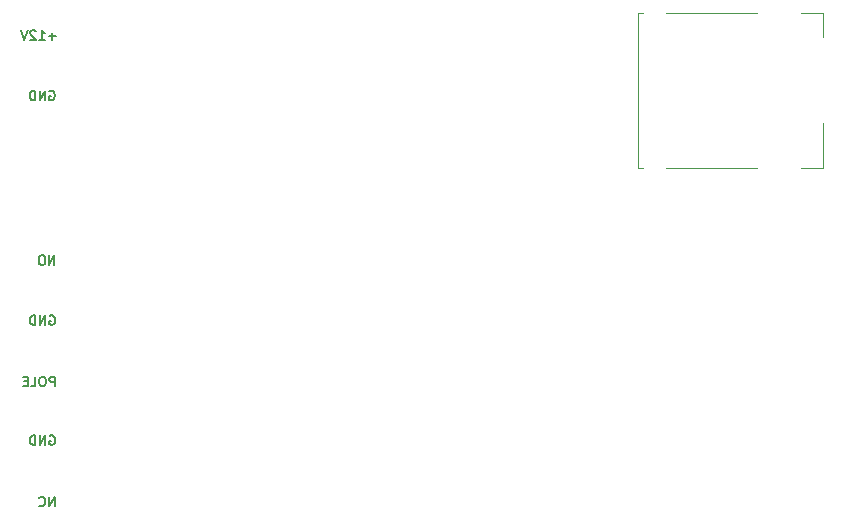
<source format=gbr>
%TF.GenerationSoftware,KiCad,Pcbnew,(7.0.0)*%
%TF.CreationDate,2023-06-28T18:16:18+03:00*%
%TF.ProjectId,GeoLock,47656f4c-6f63-46b2-9e6b-696361645f70,rev?*%
%TF.SameCoordinates,Original*%
%TF.FileFunction,Legend,Bot*%
%TF.FilePolarity,Positive*%
%FSLAX46Y46*%
G04 Gerber Fmt 4.6, Leading zero omitted, Abs format (unit mm)*
G04 Created by KiCad (PCBNEW (7.0.0)) date 2023-06-28 18:16:18*
%MOMM*%
%LPD*%
G01*
G04 APERTURE LIST*
%ADD10C,0.200000*%
%ADD11C,0.120000*%
G04 APERTURE END LIST*
D10*
X102686923Y-110398304D02*
X102686923Y-109598304D01*
X102686923Y-109598304D02*
X102229780Y-110398304D01*
X102229780Y-110398304D02*
X102229780Y-109598304D01*
X101391685Y-110322114D02*
X101429781Y-110360209D01*
X101429781Y-110360209D02*
X101544066Y-110398304D01*
X101544066Y-110398304D02*
X101620257Y-110398304D01*
X101620257Y-110398304D02*
X101734543Y-110360209D01*
X101734543Y-110360209D02*
X101810733Y-110284019D01*
X101810733Y-110284019D02*
X101848828Y-110207828D01*
X101848828Y-110207828D02*
X101886924Y-110055447D01*
X101886924Y-110055447D02*
X101886924Y-109941161D01*
X101886924Y-109941161D02*
X101848828Y-109788780D01*
X101848828Y-109788780D02*
X101810733Y-109712590D01*
X101810733Y-109712590D02*
X101734543Y-109636400D01*
X101734543Y-109636400D02*
X101620257Y-109598304D01*
X101620257Y-109598304D02*
X101544066Y-109598304D01*
X101544066Y-109598304D02*
X101429781Y-109636400D01*
X101429781Y-109636400D02*
X101391685Y-109674495D01*
X102267876Y-104429400D02*
X102344066Y-104391304D01*
X102344066Y-104391304D02*
X102458352Y-104391304D01*
X102458352Y-104391304D02*
X102572638Y-104429400D01*
X102572638Y-104429400D02*
X102648828Y-104505590D01*
X102648828Y-104505590D02*
X102686923Y-104581780D01*
X102686923Y-104581780D02*
X102725019Y-104734161D01*
X102725019Y-104734161D02*
X102725019Y-104848447D01*
X102725019Y-104848447D02*
X102686923Y-105000828D01*
X102686923Y-105000828D02*
X102648828Y-105077019D01*
X102648828Y-105077019D02*
X102572638Y-105153209D01*
X102572638Y-105153209D02*
X102458352Y-105191304D01*
X102458352Y-105191304D02*
X102382161Y-105191304D01*
X102382161Y-105191304D02*
X102267876Y-105153209D01*
X102267876Y-105153209D02*
X102229780Y-105115114D01*
X102229780Y-105115114D02*
X102229780Y-104848447D01*
X102229780Y-104848447D02*
X102382161Y-104848447D01*
X101886923Y-105191304D02*
X101886923Y-104391304D01*
X101886923Y-104391304D02*
X101429780Y-105191304D01*
X101429780Y-105191304D02*
X101429780Y-104391304D01*
X101048828Y-105191304D02*
X101048828Y-104391304D01*
X101048828Y-104391304D02*
X100858352Y-104391304D01*
X100858352Y-104391304D02*
X100744066Y-104429400D01*
X100744066Y-104429400D02*
X100667876Y-104505590D01*
X100667876Y-104505590D02*
X100629781Y-104581780D01*
X100629781Y-104581780D02*
X100591685Y-104734161D01*
X100591685Y-104734161D02*
X100591685Y-104848447D01*
X100591685Y-104848447D02*
X100629781Y-105000828D01*
X100629781Y-105000828D02*
X100667876Y-105077019D01*
X100667876Y-105077019D02*
X100744066Y-105153209D01*
X100744066Y-105153209D02*
X100858352Y-105191304D01*
X100858352Y-105191304D02*
X101048828Y-105191304D01*
X102686923Y-100238304D02*
X102686923Y-99438304D01*
X102686923Y-99438304D02*
X102382161Y-99438304D01*
X102382161Y-99438304D02*
X102305971Y-99476400D01*
X102305971Y-99476400D02*
X102267876Y-99514495D01*
X102267876Y-99514495D02*
X102229780Y-99590685D01*
X102229780Y-99590685D02*
X102229780Y-99704971D01*
X102229780Y-99704971D02*
X102267876Y-99781161D01*
X102267876Y-99781161D02*
X102305971Y-99819257D01*
X102305971Y-99819257D02*
X102382161Y-99857352D01*
X102382161Y-99857352D02*
X102686923Y-99857352D01*
X101734542Y-99438304D02*
X101582161Y-99438304D01*
X101582161Y-99438304D02*
X101505971Y-99476400D01*
X101505971Y-99476400D02*
X101429780Y-99552590D01*
X101429780Y-99552590D02*
X101391685Y-99704971D01*
X101391685Y-99704971D02*
X101391685Y-99971638D01*
X101391685Y-99971638D02*
X101429780Y-100124019D01*
X101429780Y-100124019D02*
X101505971Y-100200209D01*
X101505971Y-100200209D02*
X101582161Y-100238304D01*
X101582161Y-100238304D02*
X101734542Y-100238304D01*
X101734542Y-100238304D02*
X101810733Y-100200209D01*
X101810733Y-100200209D02*
X101886923Y-100124019D01*
X101886923Y-100124019D02*
X101925019Y-99971638D01*
X101925019Y-99971638D02*
X101925019Y-99704971D01*
X101925019Y-99704971D02*
X101886923Y-99552590D01*
X101886923Y-99552590D02*
X101810733Y-99476400D01*
X101810733Y-99476400D02*
X101734542Y-99438304D01*
X100667876Y-100238304D02*
X101048828Y-100238304D01*
X101048828Y-100238304D02*
X101048828Y-99438304D01*
X100401209Y-99819257D02*
X100134543Y-99819257D01*
X100020257Y-100238304D02*
X100401209Y-100238304D01*
X100401209Y-100238304D02*
X100401209Y-99438304D01*
X100401209Y-99438304D02*
X100020257Y-99438304D01*
X102679523Y-89951304D02*
X102679523Y-89151304D01*
X102679523Y-89151304D02*
X102222380Y-89951304D01*
X102222380Y-89951304D02*
X102222380Y-89151304D01*
X101689047Y-89151304D02*
X101536666Y-89151304D01*
X101536666Y-89151304D02*
X101460476Y-89189400D01*
X101460476Y-89189400D02*
X101384285Y-89265590D01*
X101384285Y-89265590D02*
X101346190Y-89417971D01*
X101346190Y-89417971D02*
X101346190Y-89684638D01*
X101346190Y-89684638D02*
X101384285Y-89837019D01*
X101384285Y-89837019D02*
X101460476Y-89913209D01*
X101460476Y-89913209D02*
X101536666Y-89951304D01*
X101536666Y-89951304D02*
X101689047Y-89951304D01*
X101689047Y-89951304D02*
X101765238Y-89913209D01*
X101765238Y-89913209D02*
X101841428Y-89837019D01*
X101841428Y-89837019D02*
X101879524Y-89684638D01*
X101879524Y-89684638D02*
X101879524Y-89417971D01*
X101879524Y-89417971D02*
X101841428Y-89265590D01*
X101841428Y-89265590D02*
X101765238Y-89189400D01*
X101765238Y-89189400D02*
X101689047Y-89151304D01*
X102267876Y-94269400D02*
X102344066Y-94231304D01*
X102344066Y-94231304D02*
X102458352Y-94231304D01*
X102458352Y-94231304D02*
X102572638Y-94269400D01*
X102572638Y-94269400D02*
X102648828Y-94345590D01*
X102648828Y-94345590D02*
X102686923Y-94421780D01*
X102686923Y-94421780D02*
X102725019Y-94574161D01*
X102725019Y-94574161D02*
X102725019Y-94688447D01*
X102725019Y-94688447D02*
X102686923Y-94840828D01*
X102686923Y-94840828D02*
X102648828Y-94917019D01*
X102648828Y-94917019D02*
X102572638Y-94993209D01*
X102572638Y-94993209D02*
X102458352Y-95031304D01*
X102458352Y-95031304D02*
X102382161Y-95031304D01*
X102382161Y-95031304D02*
X102267876Y-94993209D01*
X102267876Y-94993209D02*
X102229780Y-94955114D01*
X102229780Y-94955114D02*
X102229780Y-94688447D01*
X102229780Y-94688447D02*
X102382161Y-94688447D01*
X101886923Y-95031304D02*
X101886923Y-94231304D01*
X101886923Y-94231304D02*
X101429780Y-95031304D01*
X101429780Y-95031304D02*
X101429780Y-94231304D01*
X101048828Y-95031304D02*
X101048828Y-94231304D01*
X101048828Y-94231304D02*
X100858352Y-94231304D01*
X100858352Y-94231304D02*
X100744066Y-94269400D01*
X100744066Y-94269400D02*
X100667876Y-94345590D01*
X100667876Y-94345590D02*
X100629781Y-94421780D01*
X100629781Y-94421780D02*
X100591685Y-94574161D01*
X100591685Y-94574161D02*
X100591685Y-94688447D01*
X100591685Y-94688447D02*
X100629781Y-94840828D01*
X100629781Y-94840828D02*
X100667876Y-94917019D01*
X100667876Y-94917019D02*
X100744066Y-94993209D01*
X100744066Y-94993209D02*
X100858352Y-95031304D01*
X100858352Y-95031304D02*
X101048828Y-95031304D01*
X102260476Y-75264000D02*
X102336666Y-75225904D01*
X102336666Y-75225904D02*
X102450952Y-75225904D01*
X102450952Y-75225904D02*
X102565238Y-75264000D01*
X102565238Y-75264000D02*
X102641428Y-75340190D01*
X102641428Y-75340190D02*
X102679523Y-75416380D01*
X102679523Y-75416380D02*
X102717619Y-75568761D01*
X102717619Y-75568761D02*
X102717619Y-75683047D01*
X102717619Y-75683047D02*
X102679523Y-75835428D01*
X102679523Y-75835428D02*
X102641428Y-75911619D01*
X102641428Y-75911619D02*
X102565238Y-75987809D01*
X102565238Y-75987809D02*
X102450952Y-76025904D01*
X102450952Y-76025904D02*
X102374761Y-76025904D01*
X102374761Y-76025904D02*
X102260476Y-75987809D01*
X102260476Y-75987809D02*
X102222380Y-75949714D01*
X102222380Y-75949714D02*
X102222380Y-75683047D01*
X102222380Y-75683047D02*
X102374761Y-75683047D01*
X101879523Y-76025904D02*
X101879523Y-75225904D01*
X101879523Y-75225904D02*
X101422380Y-76025904D01*
X101422380Y-76025904D02*
X101422380Y-75225904D01*
X101041428Y-76025904D02*
X101041428Y-75225904D01*
X101041428Y-75225904D02*
X100850952Y-75225904D01*
X100850952Y-75225904D02*
X100736666Y-75264000D01*
X100736666Y-75264000D02*
X100660476Y-75340190D01*
X100660476Y-75340190D02*
X100622381Y-75416380D01*
X100622381Y-75416380D02*
X100584285Y-75568761D01*
X100584285Y-75568761D02*
X100584285Y-75683047D01*
X100584285Y-75683047D02*
X100622381Y-75835428D01*
X100622381Y-75835428D02*
X100660476Y-75911619D01*
X100660476Y-75911619D02*
X100736666Y-75987809D01*
X100736666Y-75987809D02*
X100850952Y-76025904D01*
X100850952Y-76025904D02*
X101041428Y-76025904D01*
X102806523Y-70596542D02*
X102197000Y-70596542D01*
X102501761Y-70901304D02*
X102501761Y-70291780D01*
X101397000Y-70901304D02*
X101854143Y-70901304D01*
X101625571Y-70901304D02*
X101625571Y-70101304D01*
X101625571Y-70101304D02*
X101701762Y-70215590D01*
X101701762Y-70215590D02*
X101777952Y-70291780D01*
X101777952Y-70291780D02*
X101854143Y-70329876D01*
X101092238Y-70177495D02*
X101054142Y-70139400D01*
X101054142Y-70139400D02*
X100977952Y-70101304D01*
X100977952Y-70101304D02*
X100787476Y-70101304D01*
X100787476Y-70101304D02*
X100711285Y-70139400D01*
X100711285Y-70139400D02*
X100673190Y-70177495D01*
X100673190Y-70177495D02*
X100635095Y-70253685D01*
X100635095Y-70253685D02*
X100635095Y-70329876D01*
X100635095Y-70329876D02*
X100673190Y-70444161D01*
X100673190Y-70444161D02*
X101130333Y-70901304D01*
X101130333Y-70901304D02*
X100635095Y-70901304D01*
X100406523Y-70101304D02*
X100139856Y-70901304D01*
X100139856Y-70901304D02*
X99873190Y-70101304D01*
D11*
%TO.C,J401*%
X152078400Y-81704400D02*
X152078400Y-68584400D01*
X152488400Y-81704400D02*
X152078400Y-81704400D01*
X154488400Y-81704400D02*
X162188400Y-81704400D01*
X165888400Y-81704400D02*
X167748400Y-81704400D01*
X167748400Y-81704400D02*
X167748400Y-77944400D01*
X167748400Y-70694400D02*
X167748400Y-68584400D01*
X152488400Y-68584400D02*
X152078400Y-68584400D01*
X154488400Y-68584400D02*
X162188400Y-68584400D01*
X165888400Y-68584400D02*
X167748400Y-68584400D01*
%TD*%
M02*

</source>
